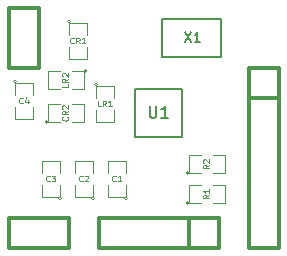
<source format=gto>
G04 (created by PCBNEW (2013-07-07 BZR 4022)-stable) date 1/13/2014 9:40:32 PM*
%MOIN*%
G04 Gerber Fmt 3.4, Leading zero omitted, Abs format*
%FSLAX34Y34*%
G01*
G70*
G90*
G04 APERTURE LIST*
%ADD10C,0.00590551*%
%ADD11C,0.0039*%
%ADD12C,0.012*%
%ADD13C,0.0043*%
G04 APERTURE END LIST*
G54D10*
X49315Y-32170D02*
X51284Y-32170D01*
X51284Y-32170D02*
X51284Y-33429D01*
X51284Y-33429D02*
X49315Y-33429D01*
X49315Y-33429D02*
X49315Y-32170D01*
X48412Y-34512D02*
X49987Y-34512D01*
X49987Y-34512D02*
X49987Y-36087D01*
X49987Y-36087D02*
X48412Y-36087D01*
X48412Y-36087D02*
X48412Y-34512D01*
G54D11*
X46250Y-32250D02*
G75*
G03X46250Y-32250I-50J0D01*
G74*
G01*
X46200Y-32700D02*
X46200Y-32300D01*
X46200Y-32300D02*
X46800Y-32300D01*
X46800Y-32300D02*
X46800Y-32700D01*
X46800Y-33100D02*
X46800Y-33500D01*
X46800Y-33500D02*
X46200Y-33500D01*
X46200Y-33500D02*
X46200Y-33100D01*
X45500Y-35600D02*
G75*
G03X45500Y-35600I-50J0D01*
G74*
G01*
X45900Y-35600D02*
X45500Y-35600D01*
X45500Y-35600D02*
X45500Y-35000D01*
X45500Y-35000D02*
X45900Y-35000D01*
X46300Y-35000D02*
X46700Y-35000D01*
X46700Y-35000D02*
X46700Y-35600D01*
X46700Y-35600D02*
X46300Y-35600D01*
X48150Y-38150D02*
G75*
G03X48150Y-38150I-50J0D01*
G74*
G01*
X48100Y-37700D02*
X48100Y-38100D01*
X48100Y-38100D02*
X47500Y-38100D01*
X47500Y-38100D02*
X47500Y-37700D01*
X47500Y-37300D02*
X47500Y-36900D01*
X47500Y-36900D02*
X48100Y-36900D01*
X48100Y-36900D02*
X48100Y-37300D01*
X47050Y-38150D02*
G75*
G03X47050Y-38150I-50J0D01*
G74*
G01*
X47000Y-37700D02*
X47000Y-38100D01*
X47000Y-38100D02*
X46400Y-38100D01*
X46400Y-38100D02*
X46400Y-37700D01*
X46400Y-37300D02*
X46400Y-36900D01*
X46400Y-36900D02*
X47000Y-36900D01*
X47000Y-36900D02*
X47000Y-37300D01*
X45950Y-38150D02*
G75*
G03X45950Y-38150I-50J0D01*
G74*
G01*
X45900Y-37700D02*
X45900Y-38100D01*
X45900Y-38100D02*
X45300Y-38100D01*
X45300Y-38100D02*
X45300Y-37700D01*
X45300Y-37300D02*
X45300Y-36900D01*
X45300Y-36900D02*
X45900Y-36900D01*
X45900Y-36900D02*
X45900Y-37300D01*
X46800Y-33900D02*
G75*
G03X46800Y-33900I-50J0D01*
G74*
G01*
X46300Y-33900D02*
X46700Y-33900D01*
X46700Y-33900D02*
X46700Y-34500D01*
X46700Y-34500D02*
X46300Y-34500D01*
X45900Y-34500D02*
X45500Y-34500D01*
X45500Y-34500D02*
X45500Y-33900D01*
X45500Y-33900D02*
X45900Y-33900D01*
X47150Y-34350D02*
G75*
G03X47150Y-34350I-50J0D01*
G74*
G01*
X47100Y-34800D02*
X47100Y-34400D01*
X47100Y-34400D02*
X47700Y-34400D01*
X47700Y-34400D02*
X47700Y-34800D01*
X47700Y-35200D02*
X47700Y-35600D01*
X47700Y-35600D02*
X47100Y-35600D01*
X47100Y-35600D02*
X47100Y-35200D01*
X50200Y-38300D02*
G75*
G03X50200Y-38300I-50J0D01*
G74*
G01*
X50600Y-38300D02*
X50200Y-38300D01*
X50200Y-38300D02*
X50200Y-37700D01*
X50200Y-37700D02*
X50600Y-37700D01*
X51000Y-37700D02*
X51400Y-37700D01*
X51400Y-37700D02*
X51400Y-38300D01*
X51400Y-38300D02*
X51000Y-38300D01*
X50200Y-37300D02*
G75*
G03X50200Y-37300I-50J0D01*
G74*
G01*
X50600Y-37300D02*
X50200Y-37300D01*
X50200Y-37300D02*
X50200Y-36700D01*
X50200Y-36700D02*
X50600Y-36700D01*
X51000Y-36700D02*
X51400Y-36700D01*
X51400Y-36700D02*
X51400Y-37300D01*
X51400Y-37300D02*
X51000Y-37300D01*
X44450Y-34250D02*
G75*
G03X44450Y-34250I-50J0D01*
G74*
G01*
X44400Y-34700D02*
X44400Y-34300D01*
X44400Y-34300D02*
X45000Y-34300D01*
X45000Y-34300D02*
X45000Y-34700D01*
X45000Y-35100D02*
X45000Y-35500D01*
X45000Y-35500D02*
X44400Y-35500D01*
X44400Y-35500D02*
X44400Y-35100D01*
G54D12*
X45200Y-33800D02*
X44200Y-33800D01*
X44200Y-33800D02*
X44200Y-31800D01*
X44200Y-31800D02*
X45200Y-31800D01*
X45200Y-31800D02*
X45200Y-33800D01*
X46200Y-38800D02*
X46200Y-39800D01*
X46200Y-39800D02*
X44200Y-39800D01*
X44200Y-39800D02*
X44200Y-38800D01*
X44200Y-38800D02*
X46200Y-38800D01*
X51200Y-39800D02*
X51200Y-39800D01*
X51200Y-38800D02*
X51200Y-39800D01*
X51200Y-39800D02*
X51200Y-39800D01*
X51200Y-39800D02*
X47200Y-39800D01*
X47200Y-39800D02*
X47200Y-38800D01*
X47200Y-38800D02*
X51200Y-38800D01*
X50200Y-38800D02*
X50200Y-39800D01*
X52200Y-33800D02*
X53200Y-33800D01*
X53200Y-33800D02*
X53200Y-39800D01*
X53200Y-39800D02*
X52200Y-39800D01*
X52200Y-39800D02*
X52200Y-33800D01*
X52200Y-34800D02*
X53200Y-34800D01*
G54D10*
X50084Y-32612D02*
X50294Y-32927D01*
X50294Y-32612D02*
X50084Y-32927D01*
X50579Y-32927D02*
X50399Y-32927D01*
X50489Y-32927D02*
X50489Y-32612D01*
X50459Y-32657D01*
X50429Y-32687D01*
X50399Y-32702D01*
X48900Y-35065D02*
X48900Y-35384D01*
X48918Y-35421D01*
X48937Y-35440D01*
X48975Y-35459D01*
X49050Y-35459D01*
X49087Y-35440D01*
X49106Y-35421D01*
X49125Y-35384D01*
X49125Y-35065D01*
X49518Y-35459D02*
X49293Y-35459D01*
X49406Y-35459D02*
X49406Y-35065D01*
X49368Y-35121D01*
X49331Y-35159D01*
X49293Y-35178D01*
G54D13*
X46368Y-32960D02*
X46359Y-32970D01*
X46331Y-32979D01*
X46312Y-32979D01*
X46284Y-32970D01*
X46265Y-32951D01*
X46256Y-32932D01*
X46246Y-32895D01*
X46246Y-32867D01*
X46256Y-32829D01*
X46265Y-32810D01*
X46284Y-32792D01*
X46312Y-32782D01*
X46331Y-32782D01*
X46359Y-32792D01*
X46368Y-32801D01*
X46565Y-32979D02*
X46500Y-32885D01*
X46453Y-32979D02*
X46453Y-32782D01*
X46528Y-32782D01*
X46546Y-32792D01*
X46556Y-32801D01*
X46565Y-32820D01*
X46565Y-32848D01*
X46556Y-32867D01*
X46546Y-32876D01*
X46528Y-32885D01*
X46453Y-32885D01*
X46753Y-32979D02*
X46640Y-32979D01*
X46697Y-32979D02*
X46697Y-32782D01*
X46678Y-32810D01*
X46659Y-32829D01*
X46640Y-32839D01*
X46160Y-35431D02*
X46170Y-35440D01*
X46179Y-35468D01*
X46179Y-35487D01*
X46170Y-35515D01*
X46151Y-35534D01*
X46132Y-35543D01*
X46095Y-35553D01*
X46067Y-35553D01*
X46029Y-35543D01*
X46010Y-35534D01*
X45992Y-35515D01*
X45982Y-35487D01*
X45982Y-35468D01*
X45992Y-35440D01*
X46001Y-35431D01*
X46179Y-35234D02*
X46085Y-35300D01*
X46179Y-35346D02*
X45982Y-35346D01*
X45982Y-35271D01*
X45992Y-35253D01*
X46001Y-35243D01*
X46020Y-35234D01*
X46048Y-35234D01*
X46067Y-35243D01*
X46076Y-35253D01*
X46085Y-35271D01*
X46085Y-35346D01*
X46001Y-35159D02*
X45992Y-35149D01*
X45982Y-35131D01*
X45982Y-35084D01*
X45992Y-35065D01*
X46001Y-35056D01*
X46020Y-35046D01*
X46039Y-35046D01*
X46067Y-35056D01*
X46179Y-35168D01*
X46179Y-35046D01*
X47767Y-37560D02*
X47757Y-37570D01*
X47729Y-37579D01*
X47710Y-37579D01*
X47682Y-37570D01*
X47663Y-37551D01*
X47654Y-37532D01*
X47645Y-37495D01*
X47645Y-37467D01*
X47654Y-37429D01*
X47663Y-37410D01*
X47682Y-37392D01*
X47710Y-37382D01*
X47729Y-37382D01*
X47757Y-37392D01*
X47767Y-37401D01*
X47954Y-37579D02*
X47842Y-37579D01*
X47898Y-37579D02*
X47898Y-37382D01*
X47879Y-37410D01*
X47860Y-37429D01*
X47842Y-37439D01*
X46667Y-37560D02*
X46657Y-37570D01*
X46629Y-37579D01*
X46610Y-37579D01*
X46582Y-37570D01*
X46563Y-37551D01*
X46554Y-37532D01*
X46545Y-37495D01*
X46545Y-37467D01*
X46554Y-37429D01*
X46563Y-37410D01*
X46582Y-37392D01*
X46610Y-37382D01*
X46629Y-37382D01*
X46657Y-37392D01*
X46667Y-37401D01*
X46742Y-37401D02*
X46751Y-37392D01*
X46770Y-37382D01*
X46817Y-37382D01*
X46836Y-37392D01*
X46845Y-37401D01*
X46854Y-37420D01*
X46854Y-37439D01*
X46845Y-37467D01*
X46732Y-37579D01*
X46854Y-37579D01*
X45567Y-37560D02*
X45557Y-37570D01*
X45529Y-37579D01*
X45510Y-37579D01*
X45482Y-37570D01*
X45463Y-37551D01*
X45454Y-37532D01*
X45445Y-37495D01*
X45445Y-37467D01*
X45454Y-37429D01*
X45463Y-37410D01*
X45482Y-37392D01*
X45510Y-37382D01*
X45529Y-37382D01*
X45557Y-37392D01*
X45567Y-37401D01*
X45632Y-37382D02*
X45754Y-37382D01*
X45689Y-37457D01*
X45717Y-37457D01*
X45736Y-37467D01*
X45745Y-37476D01*
X45754Y-37495D01*
X45754Y-37542D01*
X45745Y-37560D01*
X45736Y-37570D01*
X45717Y-37579D01*
X45660Y-37579D01*
X45642Y-37570D01*
X45632Y-37560D01*
X46179Y-34331D02*
X46179Y-34425D01*
X45982Y-34425D01*
X46179Y-34153D02*
X46085Y-34218D01*
X46179Y-34265D02*
X45982Y-34265D01*
X45982Y-34190D01*
X45992Y-34171D01*
X46001Y-34162D01*
X46020Y-34153D01*
X46048Y-34153D01*
X46067Y-34162D01*
X46076Y-34171D01*
X46085Y-34190D01*
X46085Y-34265D01*
X46001Y-34078D02*
X45992Y-34068D01*
X45982Y-34049D01*
X45982Y-34003D01*
X45992Y-33984D01*
X46001Y-33974D01*
X46020Y-33965D01*
X46039Y-33965D01*
X46067Y-33974D01*
X46179Y-34087D01*
X46179Y-33965D01*
X47268Y-35079D02*
X47174Y-35079D01*
X47174Y-34882D01*
X47446Y-35079D02*
X47381Y-34985D01*
X47334Y-35079D02*
X47334Y-34882D01*
X47409Y-34882D01*
X47428Y-34892D01*
X47437Y-34901D01*
X47446Y-34920D01*
X47446Y-34948D01*
X47437Y-34967D01*
X47428Y-34976D01*
X47409Y-34985D01*
X47334Y-34985D01*
X47634Y-35079D02*
X47521Y-35079D01*
X47578Y-35079D02*
X47578Y-34882D01*
X47559Y-34910D01*
X47540Y-34929D01*
X47521Y-34939D01*
X50879Y-38032D02*
X50785Y-38098D01*
X50879Y-38145D02*
X50682Y-38145D01*
X50682Y-38070D01*
X50692Y-38051D01*
X50701Y-38042D01*
X50720Y-38032D01*
X50748Y-38032D01*
X50767Y-38042D01*
X50776Y-38051D01*
X50785Y-38070D01*
X50785Y-38145D01*
X50879Y-37845D02*
X50879Y-37957D01*
X50879Y-37901D02*
X50682Y-37901D01*
X50710Y-37920D01*
X50729Y-37939D01*
X50739Y-37957D01*
X50879Y-37032D02*
X50785Y-37098D01*
X50879Y-37145D02*
X50682Y-37145D01*
X50682Y-37070D01*
X50692Y-37051D01*
X50701Y-37042D01*
X50720Y-37032D01*
X50748Y-37032D01*
X50767Y-37042D01*
X50776Y-37051D01*
X50785Y-37070D01*
X50785Y-37145D01*
X50701Y-36957D02*
X50692Y-36948D01*
X50682Y-36929D01*
X50682Y-36882D01*
X50692Y-36863D01*
X50701Y-36854D01*
X50720Y-36845D01*
X50739Y-36845D01*
X50767Y-36854D01*
X50879Y-36967D01*
X50879Y-36845D01*
X44667Y-34960D02*
X44657Y-34970D01*
X44629Y-34979D01*
X44610Y-34979D01*
X44582Y-34970D01*
X44563Y-34951D01*
X44554Y-34932D01*
X44545Y-34895D01*
X44545Y-34867D01*
X44554Y-34829D01*
X44563Y-34810D01*
X44582Y-34792D01*
X44610Y-34782D01*
X44629Y-34782D01*
X44657Y-34792D01*
X44667Y-34801D01*
X44836Y-34848D02*
X44836Y-34979D01*
X44789Y-34773D02*
X44742Y-34914D01*
X44864Y-34914D01*
M02*

</source>
